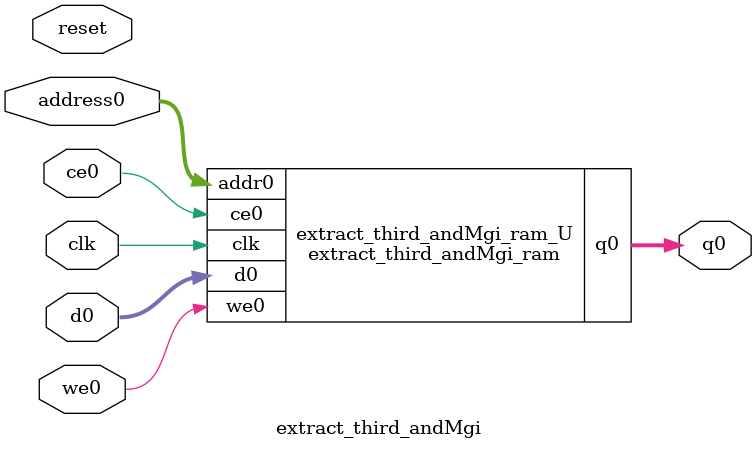
<source format=v>
`timescale 1 ns / 1 ps
module extract_third_andMgi_ram (addr0, ce0, d0, we0, q0,  clk);

parameter DWIDTH = 8;
parameter AWIDTH = 10;
parameter MEM_SIZE = 736;

input[AWIDTH-1:0] addr0;
input ce0;
input[DWIDTH-1:0] d0;
input we0;
output reg[DWIDTH-1:0] q0;
input clk;

(* ram_style = "block" *)reg [DWIDTH-1:0] ram[0:MEM_SIZE-1];




always @(posedge clk)  
begin 
    if (ce0) begin
        if (we0) 
            ram[addr0] <= d0; 
        q0 <= ram[addr0];
    end
end


endmodule

`timescale 1 ns / 1 ps
module extract_third_andMgi(
    reset,
    clk,
    address0,
    ce0,
    we0,
    d0,
    q0);

parameter DataWidth = 32'd8;
parameter AddressRange = 32'd736;
parameter AddressWidth = 32'd10;
input reset;
input clk;
input[AddressWidth - 1:0] address0;
input ce0;
input we0;
input[DataWidth - 1:0] d0;
output[DataWidth - 1:0] q0;



extract_third_andMgi_ram extract_third_andMgi_ram_U(
    .clk( clk ),
    .addr0( address0 ),
    .ce0( ce0 ),
    .we0( we0 ),
    .d0( d0 ),
    .q0( q0 ));

endmodule


</source>
